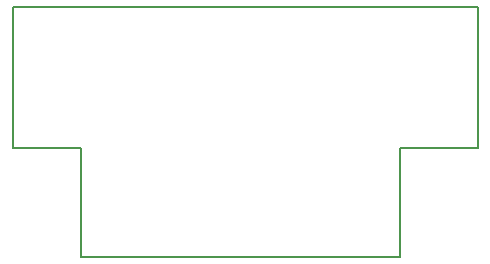
<source format=gm1>
G04 #@! TF.GenerationSoftware,KiCad,Pcbnew,7.0.6+dfsg-1*
G04 #@! TF.CreationDate,2023-08-24T12:50:22+02:00*
G04 #@! TF.ProjectId,OV7670,4f563736-3730-42e6-9b69-6361645f7063,v1.2*
G04 #@! TF.SameCoordinates,Original*
G04 #@! TF.FileFunction,Profile,NP*
%FSLAX46Y46*%
G04 Gerber Fmt 4.6, Leading zero omitted, Abs format (unit mm)*
G04 Created by KiCad (PCBNEW 7.0.6+dfsg-1) date 2023-08-24 12:50:22*
%MOMM*%
%LPD*%
G01*
G04 APERTURE LIST*
G04 #@! TA.AperFunction,Profile*
%ADD10C,0.150000*%
G04 #@! TD*
G04 APERTURE END LIST*
D10*
X95137707Y-40760000D02*
X95137707Y-28760000D01*
X61570000Y-49940000D02*
X88540000Y-49940000D01*
X61570000Y-40760000D02*
X61570000Y-49940000D01*
X88540000Y-40765012D02*
X95140000Y-40765012D01*
X88540000Y-49940000D02*
X88540000Y-40765012D01*
X55744586Y-40760000D02*
X61570000Y-40760000D01*
X55750000Y-28760000D02*
X55750000Y-40760000D01*
X95137707Y-28760000D02*
X55750000Y-28760000D01*
M02*

</source>
